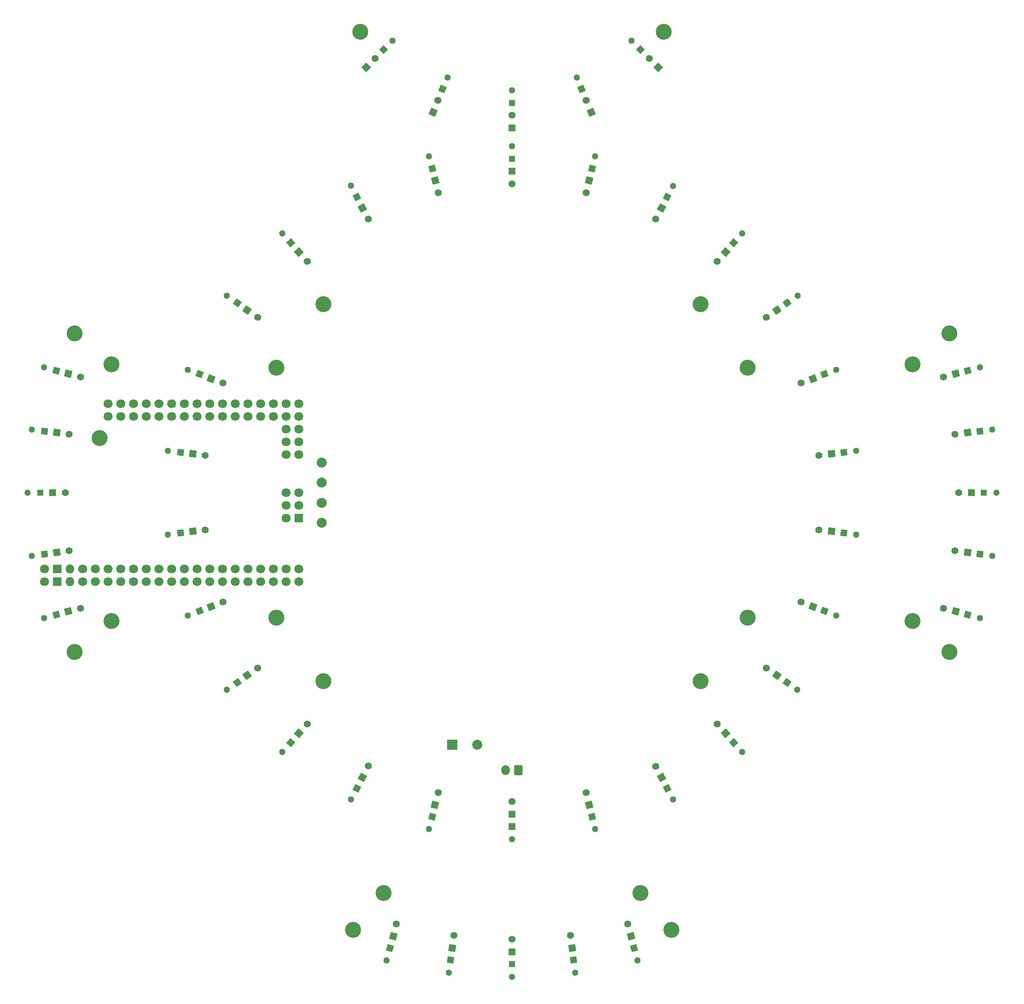
<source format=gbr>
%TF.GenerationSoftware,KiCad,Pcbnew,8.0.1*%
%TF.CreationDate,2025-01-30T23:09:45+09:00*%
%TF.ProjectId,Line-003-20241222,4c696e65-2d30-4303-932d-323032343132,rev?*%
%TF.SameCoordinates,Original*%
%TF.FileFunction,Soldermask,Top*%
%TF.FilePolarity,Negative*%
%FSLAX46Y46*%
G04 Gerber Fmt 4.6, Leading zero omitted, Abs format (unit mm)*
G04 Created by KiCad (PCBNEW 8.0.1) date 2025-01-30 23:09:45*
%MOMM*%
%LPD*%
G01*
G04 APERTURE LIST*
G04 Aperture macros list*
%AMRoundRect*
0 Rectangle with rounded corners*
0 $1 Rounding radius*
0 $2 $3 $4 $5 $6 $7 $8 $9 X,Y pos of 4 corners*
0 Add a 4 corners polygon primitive as box body*
4,1,4,$2,$3,$4,$5,$6,$7,$8,$9,$2,$3,0*
0 Add four circle primitives for the rounded corners*
1,1,$1+$1,$2,$3*
1,1,$1+$1,$4,$5*
1,1,$1+$1,$6,$7*
1,1,$1+$1,$8,$9*
0 Add four rect primitives between the rounded corners*
20,1,$1+$1,$2,$3,$4,$5,0*
20,1,$1+$1,$4,$5,$6,$7,0*
20,1,$1+$1,$6,$7,$8,$9,0*
20,1,$1+$1,$8,$9,$2,$3,0*%
%AMRotRect*
0 Rectangle, with rotation*
0 The origin of the aperture is its center*
0 $1 length*
0 $2 width*
0 $3 Rotation angle, in degrees counterclockwise*
0 Add horizontal line*
21,1,$1,$2,0,0,$3*%
G04 Aperture macros list end*
%ADD10C,3.200000*%
%ADD11C,1.800000*%
%ADD12O,1.800000X1.800000*%
%ADD13R,1.800000X1.800000*%
%ADD14R,2.000000X2.000000*%
%ADD15C,2.000000*%
%ADD16RoundRect,0.250000X0.600000X0.750000X-0.600000X0.750000X-0.600000X-0.750000X0.600000X-0.750000X0*%
%ADD17O,1.700000X2.000000*%
%ADD18RotRect,1.300000X1.300000X165.000000*%
%ADD19C,1.300000*%
%ADD20RotRect,1.300000X1.300000X247.500000*%
%ADD21RotRect,1.300000X1.300000X195.000000*%
%ADD22R,1.300000X1.300000*%
%ADD23RotRect,1.400000X1.400000X353.076000*%
%ADD24C,1.400000*%
%ADD25RotRect,1.400000X1.400000X89.998000*%
%ADD26R,1.400000X1.400000*%
%ADD27RotRect,1.300000X1.300000X187.500000*%
%ADD28RotRect,1.400000X1.400000X75.000000*%
%ADD29RotRect,1.300000X1.300000X225.000000*%
%ADD30RotRect,1.400000X1.400000X145.382000*%
%ADD31RotRect,1.400000X1.400000X67.500000*%
%ADD32RotRect,1.300000X1.300000X311.538000*%
%ADD33RotRect,1.400000X1.400000X76.152000*%
%ADD34RotRect,1.400000X1.400000X352.500000*%
%ADD35RotRect,1.300000X1.300000X345.000000*%
%ADD36RotRect,1.300000X1.300000X325.384000*%
%ADD37RotRect,1.400000X1.400000X186.920000*%
%ADD38RotRect,1.400000X1.400000X62.306000*%
%ADD39RotRect,1.300000X1.300000X315.000000*%
%ADD40RotRect,1.400000X1.400000X195.000000*%
%ADD41RotRect,1.400000X1.400000X112.500000*%
%ADD42RotRect,1.400000X1.400000X135.000000*%
%ADD43RotRect,1.400000X1.400000X165.000000*%
%ADD44RotRect,1.400000X1.400000X159.228000*%
%ADD45RotRect,1.400000X1.400000X105.000000*%
%ADD46RotRect,1.400000X1.400000X228.458000*%
%ADD47RotRect,1.300000X1.300000X15.000000*%
%ADD48RotRect,1.300000X1.300000X20.768000*%
%ADD49RotRect,1.300000X1.300000X214.612000*%
%ADD50RotRect,1.300000X1.300000X283.846000*%
%ADD51RotRect,1.400000X1.400000X117.690000*%
%ADD52RotRect,1.300000X1.300000X48.460000*%
%ADD53RotRect,1.400000X1.400000X173.074000*%
%ADD54RotRect,1.400000X1.400000X256.150000*%
%ADD55RotRect,1.400000X1.400000X187.500000*%
%ADD56RotRect,1.400000X1.400000X20.768000*%
%ADD57RotRect,1.300000X1.300000X62.306000*%
%ADD58RotRect,1.300000X1.300000X82.500000*%
%ADD59RotRect,1.400000X1.400000X6.922000*%
%ADD60RotRect,1.300000X1.300000X297.692000*%
%ADD61RotRect,1.300000X1.300000X97.500000*%
%ADD62RotRect,1.400000X1.400000X45.000000*%
%ADD63RotRect,1.300000X1.300000X117.690000*%
%ADD64RotRect,1.300000X1.300000X34.614000*%
%ADD65RotRect,1.400000X1.400000X200.766000*%
%ADD66RotRect,1.400000X1.400000X131.536000*%
%ADD67RotRect,1.300000X1.300000X75.000000*%
%ADD68RotRect,1.400000X1.400000X339.230000*%
%ADD69RotRect,1.300000X1.300000X186.920000*%
%ADD70RotRect,1.400000X1.400000X7.500000*%
%ADD71RotRect,1.300000X1.300000X352.500000*%
%ADD72RotRect,1.300000X1.300000X89.998000*%
%ADD73RotRect,1.400000X1.400000X48.460000*%
%ADD74RotRect,1.300000X1.300000X242.304000*%
%ADD75RotRect,1.400000X1.400000X345.000000*%
%ADD76RotRect,1.400000X1.400000X214.612000*%
%ADD77RotRect,1.300000X1.300000X228.458000*%
%ADD78RotRect,1.300000X1.300000X103.844000*%
%ADD79RotRect,1.300000X1.300000X105.000000*%
%ADD80RotRect,1.300000X1.300000X200.766000*%
%ADD81RotRect,1.300000X1.300000X159.228000*%
%ADD82RotRect,1.400000X1.400000X283.846000*%
%ADD83RotRect,1.400000X1.400000X34.614000*%
%ADD84RotRect,1.300000X1.300000X172.500000*%
%ADD85RotRect,1.300000X1.300000X173.074000*%
%ADD86RotRect,1.300000X1.300000X145.382000*%
%ADD87RotRect,1.400000X1.400000X97.500000*%
%ADD88RotRect,1.400000X1.400000X311.538000*%
%ADD89RotRect,1.300000X1.300000X131.536000*%
%ADD90RotRect,1.300000X1.300000X353.076000*%
%ADD91RotRect,1.300000X1.300000X7.500000*%
%ADD92RotRect,1.300000X1.300000X339.230000*%
%ADD93RotRect,1.400000X1.400000X15.000000*%
%ADD94RotRect,1.400000X1.400000X297.692000*%
%ADD95RotRect,1.300000X1.300000X292.500000*%
%ADD96RotRect,1.400000X1.400000X172.500000*%
%ADD97RotRect,1.300000X1.300000X256.150000*%
%ADD98RotRect,1.300000X1.300000X76.152000*%
%ADD99RotRect,1.400000X1.400000X82.500000*%
%ADD100RotRect,1.400000X1.400000X103.844000*%
%ADD101RotRect,1.300000X1.300000X6.922000*%
%ADD102RotRect,1.400000X1.400000X325.384000*%
%ADD103RotRect,1.400000X1.400000X242.304000*%
G04 APERTURE END LIST*
D10*
%TO.C,U62*%
X-82397521Y10899121D03*
D11*
X-85777521Y-15240879D03*
X-85777521Y-17780879D03*
D12*
X-88317521Y-15240879D03*
X-88317521Y-17780879D03*
D11*
X-42597521Y-879D03*
X-80697521Y17779121D03*
X-80697521Y15239121D03*
X-78157521Y17779121D03*
X-78157521Y15239121D03*
X-75617521Y17779121D03*
X-75617521Y15239121D03*
X-73077521Y17779121D03*
X-73077521Y15239121D03*
X-70537521Y17779121D03*
X-70537521Y15239121D03*
X-67997521Y17779121D03*
X-67997521Y15239121D03*
X-65457521Y17779121D03*
X-65457521Y15239121D03*
X-62917521Y17779121D03*
X-62917521Y15239121D03*
X-83237521Y-15240879D03*
X-78157521Y-15240879D03*
X-78157521Y-17780879D03*
X-75617521Y-15240879D03*
X-75617521Y-17780879D03*
X-73077521Y-15240879D03*
X-73077521Y-17780879D03*
X-70537521Y-15240879D03*
X-70537521Y-17780879D03*
X-67997521Y-15240879D03*
X-67997521Y-17780879D03*
X-65457521Y-15240879D03*
X-65457521Y-17780879D03*
X-62917521Y-15240879D03*
X-62917521Y-17780879D03*
X-60377521Y-15240879D03*
X-60377521Y-17780879D03*
X-57837521Y-15240879D03*
X-57837521Y-17780879D03*
X-55297521Y-15240879D03*
X-55297521Y-17780879D03*
X-52757521Y-15240879D03*
X-52757521Y-17780879D03*
X-50217521Y-15240879D03*
X-50217521Y-17780879D03*
X-47677521Y-15240879D03*
X-47677521Y-17780879D03*
X-45137521Y-15240879D03*
X-45137521Y-17780879D03*
X-42597521Y-15240879D03*
X-42597521Y-17780879D03*
X-60377521Y17779121D03*
X-60377521Y15239121D03*
X-57837521Y17779121D03*
X-57837521Y15239121D03*
X-55297521Y17779121D03*
X-55297521Y15239121D03*
X-52757521Y17779121D03*
X-52757521Y15239121D03*
X-50217521Y17779121D03*
X-50217521Y15239121D03*
X-47677521Y17779121D03*
X-47677521Y15239121D03*
X-45137521Y17779121D03*
X-45137521Y15239121D03*
X-42597521Y17779121D03*
X-42597521Y15239121D03*
X-42597521Y12699121D03*
X-45137521Y12699121D03*
X-42597521Y10159121D03*
X-45137521Y10159121D03*
X-42597521Y7619121D03*
X-45137521Y7619121D03*
D13*
X-90857521Y-15240879D03*
X-90857521Y-17780879D03*
X-42597521Y-5080879D03*
D11*
X-45137521Y-879D03*
X-42597521Y-2540879D03*
X-45137521Y-5080879D03*
X-83237521Y-17780879D03*
X-80697521Y-15240879D03*
X-45137521Y-2540879D03*
X-80697521Y-17780879D03*
X-93397521Y-15240879D03*
X-93397521Y-17780879D03*
%TD*%
D14*
%TO.C,C20*%
X-11967677Y-50400000D03*
D15*
X-6967677Y-50400000D03*
%TD*%
D10*
%TO.C,REF\u002A\u002A*%
X-47070669Y24999019D03*
%TD*%
%TO.C,REF\u002A\u002A*%
X79994425Y25636949D03*
%TD*%
%TO.C,REF\u002A\u002A*%
X47075818Y-25000968D03*
%TD*%
%TO.C,REF\u002A\u002A*%
X87393986Y-31808854D03*
%TD*%
%TO.C,REF\u002A\u002A*%
X87393986Y31806892D03*
%TD*%
%TO.C,REF\u002A\u002A*%
X-47070669Y-25000981D03*
%TD*%
%TO.C,REF\u002A\u002A*%
X-79989281Y-25638911D03*
%TD*%
%TO.C,REF\u002A\u002A*%
X-87388842Y31806892D03*
%TD*%
%TO.C,REF\u002A\u002A*%
X25640502Y-79992834D03*
%TD*%
%TO.C,REF\u002A\u002A*%
X31810445Y-87392395D03*
%TD*%
D16*
%TO.C,J1*%
X1250000Y-55500000D03*
D17*
X-1250000Y-55500000D03*
%TD*%
D10*
%TO.C,REF\u002A\u002A*%
X30316322Y92112824D03*
%TD*%
%TO.C,REF\u002A\u002A*%
X79994425Y-25638911D03*
%TD*%
%TO.C,REF\u002A\u002A*%
X-87388828Y-31808881D03*
%TD*%
D15*
%TO.C,J2*%
X-37997528Y5999123D03*
X-37997528Y1999123D03*
X-37997528Y-2000877D03*
X-37997528Y-6000877D03*
%TD*%
D10*
%TO.C,REF\u002A\u002A*%
X-37686219Y-37689772D03*
%TD*%
%TO.C,REF\u002A\u002A*%
X-79989281Y25636949D03*
%TD*%
%TO.C,REF\u002A\u002A*%
X-25635358Y-79992831D03*
%TD*%
%TO.C,REF\u002A\u002A*%
X-30311177Y92112824D03*
%TD*%
%TO.C,REF\u002A\u002A*%
X37691364Y37687811D03*
%TD*%
%TO.C,REF\u002A\u002A*%
X-31805301Y-87392395D03*
%TD*%
%TO.C,REF\u002A\u002A*%
X37691363Y-37689772D03*
%TD*%
%TO.C,REF\u002A\u002A*%
X-37686220Y37687811D03*
%TD*%
%TO.C,REF\u002A\u002A*%
X47075813Y24999019D03*
%TD*%
D18*
%TO.C,U42*%
X91021644Y-24389396D03*
D19*
X93475096Y-25046796D03*
%TD*%
D20*
%TO.C,U30*%
X-13877473Y80661453D03*
D19*
X-12905457Y83008107D03*
%TD*%
D21*
%TO.C,U46*%
X91021644Y24387642D03*
D19*
X93475096Y25045042D03*
%TD*%
D22*
%TO.C,U34*%
X-94228664Y-876D03*
D19*
X-96768664Y-876D03*
%TD*%
D23*
%TO.C,D7*%
X-63798795Y7747041D03*
D24*
X-61277319Y7440837D03*
%TD*%
D25*
%TO.C,D14*%
X236Y-64270878D03*
D24*
X324Y-61730878D03*
%TD*%
D26*
%TO.C,D39*%
X2454Y-91770877D03*
D24*
X2454Y-89230877D03*
%TD*%
D27*
%TO.C,U45*%
X93426303Y12298607D03*
D19*
X95944573Y12630143D03*
%TD*%
D26*
%TO.C,D44*%
X91772454Y-877D03*
D24*
X89232454Y-877D03*
%TD*%
D28*
%TO.C,D37*%
X-23749370Y-88643890D03*
D24*
X-23091970Y-86190438D03*
%TD*%
D29*
%TO.C,U31*%
X-25644309Y88523801D03*
D19*
X-23848257Y90319853D03*
%TD*%
D26*
%TO.C,D34*%
X-91768664Y-876D03*
D24*
X-89228664Y-876D03*
%TD*%
D30*
%TO.C,D18*%
X52893985Y-36512814D03*
D24*
X50803671Y-35069834D03*
%TD*%
D31*
%TO.C,D30*%
X-15790891Y76042055D03*
D24*
X-14818875Y78388709D03*
%TD*%
D32*
%TO.C,U4*%
X-44247293Y49947600D03*
D19*
X-45931609Y51848830D03*
%TD*%
D33*
%TO.C,D13*%
X-15380349Y-62402813D03*
D24*
X-14772407Y-59936641D03*
%TD*%
D34*
%TO.C,D33*%
X-90982441Y11977512D03*
D24*
X-88464171Y11645976D03*
%TD*%
D35*
%TO.C,U32*%
X-91016736Y24387642D03*
D19*
X-93470188Y25045042D03*
%TD*%
D36*
%TO.C,U5*%
X-54914826Y37906671D03*
D19*
X-57005190Y39349577D03*
%TD*%
D37*
%TO.C,D21*%
X63804293Y7742587D03*
D24*
X61282797Y7436559D03*
%TD*%
D38*
%TO.C,D12*%
X-29866960Y-56908255D03*
D24*
X-28686496Y-54659231D03*
%TD*%
D39*
%TO.C,U27*%
X25649217Y88523801D03*
D19*
X23853165Y90319853D03*
%TD*%
D40*
%TO.C,D46*%
X88645467Y23750947D03*
D24*
X86192015Y23093547D03*
%TD*%
D41*
%TO.C,D28*%
X15795800Y76042055D03*
D24*
X14823784Y78388709D03*
%TD*%
D42*
%TO.C,D27*%
X29184751Y84988267D03*
D24*
X27388699Y86784319D03*
%TD*%
D43*
%TO.C,D42*%
X88645467Y-23752701D03*
D24*
X86192015Y-23095301D03*
%TD*%
D44*
%TO.C,D19*%
X60094871Y-22794239D03*
D24*
X57719973Y-21893427D03*
%TD*%
D45*
%TO.C,D41*%
X23754278Y-88643890D03*
D24*
X23096878Y-86190438D03*
%TD*%
D46*
%TO.C,D24*%
X42624342Y48103275D03*
D24*
X40939894Y46202161D03*
%TD*%
D47*
%TO.C,U36*%
X-91016737Y-24389396D03*
D19*
X-93470189Y-25046796D03*
%TD*%
D48*
%TO.C,U9*%
X-62391663Y-23662322D03*
D19*
X-64766623Y-24562968D03*
%TD*%
D49*
%TO.C,U23*%
X54922431Y37902837D03*
D19*
X57012895Y39345597D03*
%TD*%
D50*
%TO.C,U2*%
X-15966880Y64790111D03*
D19*
X-16574736Y67256305D03*
%TD*%
D51*
%TO.C,D16*%
X29867945Y-56910340D03*
D24*
X28687639Y-54661234D03*
%TD*%
D22*
%TO.C,U1*%
X2479Y66729121D03*
D19*
X2479Y69269121D03*
%TD*%
D52*
%TO.C,U11*%
X-44249037Y-49947813D03*
D19*
X-45933419Y-51848985D03*
%TD*%
D53*
%TO.C,D20*%
X63803482Y-7751026D03*
D24*
X61282018Y-7444734D03*
%TD*%
D54*
%TO.C,D26*%
X15387485Y62400519D03*
D24*
X14779457Y59934367D03*
%TD*%
D55*
%TO.C,D45*%
X90987348Y11977512D03*
D24*
X88469078Y11645976D03*
%TD*%
D56*
%TO.C,D9*%
X-60091504Y-22790044D03*
D24*
X-57716544Y-21889398D03*
%TD*%
D57*
%TO.C,U12*%
X-31010243Y-59086443D03*
D19*
X-32190707Y-61335467D03*
%TD*%
D58*
%TO.C,U38*%
X-12297029Y-93424726D03*
D19*
X-12628565Y-95942996D03*
%TD*%
D59*
%TO.C,D8*%
X-63799065Y-7746572D03*
D24*
X-61277579Y-7440456D03*
%TD*%
D60*
%TO.C,U3*%
X-31008181Y59085768D03*
D19*
X-32188565Y61334832D03*
%TD*%
D61*
%TO.C,U40*%
X12301938Y-93424726D03*
D19*
X12633474Y-95942996D03*
%TD*%
D62*
%TO.C,D31*%
X-29179843Y84988267D03*
D24*
X-27383791Y86784319D03*
%TD*%
D63*
%TO.C,U16*%
X31011076Y-59088608D03*
D19*
X32191382Y-61337714D03*
%TD*%
D64*
%TO.C,U10*%
X-54916150Y-37906512D03*
D19*
X-57006564Y-39349346D03*
%TD*%
D65*
%TO.C,D22*%
X60097257Y22786188D03*
D24*
X57722265Y21885626D03*
%TD*%
D66*
%TO.C,D17*%
X42619305Y-48109495D03*
D24*
X40935055Y-46208205D03*
%TD*%
D67*
%TO.C,U37*%
X-24386065Y-91020067D03*
D19*
X-25043465Y-93473519D03*
%TD*%
D68*
%TO.C,D6*%
X-60090709Y22790383D03*
D24*
X-57715779Y21889655D03*
%TD*%
D69*
%TO.C,U21*%
X66246374Y8038976D03*
D19*
X68767870Y8345004D03*
%TD*%
D70*
%TO.C,D35*%
X-90982441Y-11979265D03*
D24*
X-88464171Y-11647729D03*
%TD*%
D71*
%TO.C,U33*%
X-93421396Y12298607D03*
D19*
X-95939666Y12630143D03*
%TD*%
D26*
%TO.C,D29*%
X2455Y72900564D03*
D24*
X2455Y75440564D03*
%TD*%
D72*
%TO.C,U14*%
X150Y-66730878D03*
D19*
X62Y-69270878D03*
%TD*%
D73*
%TO.C,D11*%
X-42617705Y-48106520D03*
D24*
X-40933323Y-46205348D03*
%TD*%
D74*
%TO.C,U25*%
X31017263Y59083603D03*
D19*
X32197805Y61332585D03*
%TD*%
D75*
%TO.C,D32*%
X-88640559Y23750947D03*
D24*
X-86187107Y23093547D03*
%TD*%
D22*
%TO.C,U29*%
X2455Y77900564D03*
D19*
X2455Y80440564D03*
%TD*%
D76*
%TO.C,D23*%
X52897808Y36505517D03*
D24*
X50807344Y35062757D03*
%TD*%
D77*
%TO.C,U24*%
X44255739Y49944509D03*
D19*
X45940187Y51845623D03*
%TD*%
D78*
%TO.C,U15*%
X15969577Y-64792425D03*
D19*
X16577347Y-67258643D03*
%TD*%
D79*
%TO.C,U41*%
X24390973Y-91020067D03*
D19*
X25048373Y-93473519D03*
%TD*%
D80*
%TO.C,U22*%
X62397447Y23658387D03*
D19*
X64772439Y24558949D03*
%TD*%
D81*
%TO.C,U19*%
X62394968Y-23666678D03*
D19*
X64769866Y-24567490D03*
%TD*%
D82*
%TO.C,D2*%
X-15378171Y62401592D03*
D24*
X-14770315Y59935398D03*
%TD*%
D83*
%TO.C,D10*%
X-52891576Y-36509122D03*
D24*
X-50801162Y-35066288D03*
%TD*%
D84*
%TO.C,U43*%
X93426303Y-12300360D03*
D19*
X95944573Y-12631896D03*
%TD*%
D85*
%TO.C,U20*%
X66245532Y-8047671D03*
D19*
X68766996Y-8353963D03*
%TD*%
D26*
%TO.C,D1*%
X2479Y64269121D03*
D24*
X2479Y61729121D03*
%TD*%
D86*
%TO.C,U18*%
X54918461Y-37910346D03*
D19*
X57008775Y-39353326D03*
%TD*%
D87*
%TO.C,D40*%
X11980843Y-90985771D03*
D24*
X11649307Y-88467501D03*
%TD*%
D88*
%TO.C,D4*%
X-42616026Y48106249D03*
D24*
X-40931710Y46205019D03*
%TD*%
D89*
%TO.C,U17*%
X44250508Y-49950902D03*
D19*
X45934758Y-51852192D03*
%TD*%
D22*
%TO.C,U39*%
X2454Y-94230877D03*
D19*
X2454Y-96770877D03*
%TD*%
D90*
%TO.C,U7*%
X-66240854Y8043600D03*
D19*
X-68762330Y8349804D03*
%TD*%
D91*
%TO.C,U35*%
X-93421396Y-12300359D03*
D19*
X-95939666Y-12631895D03*
%TD*%
D92*
%TO.C,U6*%
X-62390836Y23662742D03*
D19*
X-64765766Y24563470D03*
%TD*%
D93*
%TO.C,D36*%
X-88640560Y-23752700D03*
D24*
X-86187108Y-23095300D03*
%TD*%
D94*
%TO.C,D3*%
X-29864973Y56907539D03*
D24*
X-28684589Y54658475D03*
%TD*%
D95*
%TO.C,U28*%
X13882382Y80661453D03*
D19*
X12910366Y83008107D03*
%TD*%
D96*
%TO.C,D43*%
X90987348Y-11979265D03*
D24*
X88469078Y-11647729D03*
%TD*%
D97*
%TO.C,U26*%
X15976362Y64788996D03*
D19*
X16584390Y67255148D03*
%TD*%
D98*
%TO.C,U13*%
X-15969142Y-64791312D03*
D19*
X-16577084Y-67257484D03*
%TD*%
D99*
%TO.C,D38*%
X-11975934Y-90985771D03*
D24*
X-11644398Y-88467501D03*
%TD*%
D100*
%TO.C,D15*%
X15380951Y-62403889D03*
D24*
X14773181Y-59937671D03*
%TD*%
D101*
%TO.C,U8*%
X-66241135Y-8043046D03*
D19*
X-68762621Y-8349162D03*
%TD*%
D102*
%TO.C,D5*%
X-52890302Y36509209D03*
D24*
X-50799938Y35066303D03*
%TD*%
D103*
%TO.C,D25*%
X29873904Y56905454D03*
D24*
X28693362Y54656472D03*
%TD*%
D22*
%TO.C,U44*%
X94232454Y-877D03*
D19*
X96772454Y-877D03*
%TD*%
M02*

</source>
